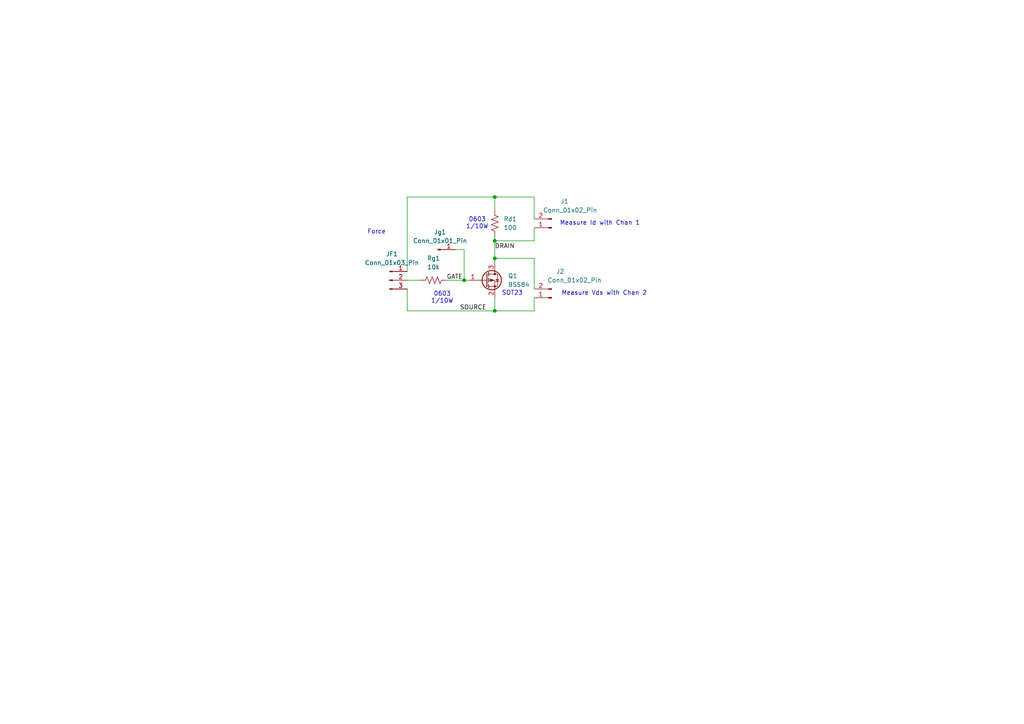
<source format=kicad_sch>
(kicad_sch (version 20231120) (generator "eeschema") (generator_version "8.0")
  (paper "A4")
  (lib_symbols
    (symbol "Connector:Conn_01x01_Pin" (pin_names (offset 1.016) hide)
      (property "Reference" "J" (at 0 2.54 0))
      (property "Value" "Conn_01x01_Pin" (at 0 -2.54 0))
      (symbol "Conn_01x01_Pin_1_1"
        (polyline (pts (xy 1.27 0) (xy 0.8636 0)) (stroke (width 0.1524)))
        (rectangle (start 0.8636 0.127) (end 0 -0.127) (stroke (width 0.1524)) (fill (type outline)))
        (pin passive line (at 5.08 0 180) (length 3.81) (name "Pin_1") (number "1"))
      )
    )
    (symbol "Connector:Conn_01x02_Pin" (pin_names (offset 1.016) hide)
      (property "Reference" "J" (at 0 2.54 0))
      (property "Value" "Conn_01x02_Pin" (at 0 -5.08 0))
      (symbol "Conn_01x02_Pin_1_1"
        (polyline (pts (xy 1.27 -2.54) (xy 0.8636 -2.54)) (stroke (width 0.1524)))
        (polyline (pts (xy 1.27 0) (xy 0.8636 0)) (stroke (width 0.1524)))
        (rectangle (start 0.8636 -2.413) (end 0 -2.667) (stroke (width 0.1524)) (fill (type outline)))
        (rectangle (start 0.8636 0.127) (end 0 -0.127) (stroke (width 0.1524)) (fill (type outline)))
        (pin passive line (at 5.08 0 180) (length 3.81) (name "Pin_1") (number "1"))
        (pin passive line (at 5.08 -2.54 180) (length 3.81) (name "Pin_2") (number "2"))
      )
    )
    (symbol "Connector:Conn_01x03_Pin" (pin_names (offset 1.016) hide)
      (property "Reference" "J" (at 0 5.08 0))
      (property "Value" "Conn_01x03_Pin" (at 0 -5.08 0))
      (symbol "Conn_01x03_Pin_1_1"
        (polyline (pts (xy 1.27 -2.54) (xy 0.8636 -2.54)) (stroke (width 0.1524)))
        (polyline (pts (xy 1.27 0) (xy 0.8636 0)) (stroke (width 0.1524)))
        (polyline (pts (xy 1.27 2.54) (xy 0.8636 2.54)) (stroke (width 0.1524)))
        (rectangle (start 0.8636 -2.413) (end 0 -2.667) (stroke (width 0.1524)) (fill (type outline)))
        (rectangle (start 0.8636 0.127) (end 0 -0.127) (stroke (width 0.1524)) (fill (type outline)))
        (rectangle (start 0.8636 2.667) (end 0 2.413) (stroke (width 0.1524)) (fill (type outline)))
        (pin passive line (at 5.08 2.54 180) (length 3.81) (name "Pin_1") (number "1"))
        (pin passive line (at 5.08 0 180) (length 3.81) (name "Pin_2") (number "2"))
        (pin passive line (at 5.08 -2.54 180) (length 3.81) (name "Pin_3") (number "3"))
      )
    )
    (symbol "Device:R_US" (pin_numbers hide) (pin_names (offset 0))
      (property "Reference" "R" (at 2.54 0 90))
      (property "Value" "R_US" (at -2.54 0 90))
      (symbol "R_US_0_1"
        (polyline (pts (xy 0 -2.286) (xy 0 -2.54)))
        (polyline (pts (xy 0 2.286) (xy 0 2.54)))
        (polyline (pts (xy 0 -0.762) (xy 1.016 -1.143) (xy 0 -1.524) (xy -1.016 -1.905) (xy 0 -2.286)))
        (polyline (pts (xy 0 0.762) (xy 1.016 0.381) (xy 0 0) (xy -1.016 -0.381) (xy 0 -0.762)))
        (polyline (pts (xy 0 2.286) (xy 1.016 1.905) (xy 0 1.524) (xy -1.016 1.143) (xy 0 0.762)))
      )
      (symbol "R_US_1_1"
        (pin passive line (at 0 3.81 270) (length 1.27) (name "~") (number "1"))
        (pin passive line (at 0 -3.81 90) (length 1.27) (name "~") (number "2"))
      )
    )
    (symbol "Transistor_FET:BSS84" (pin_names hide)
      (property "Reference" "Q" (at 5.08 1.905 0))
      (property "Value" "BSS84" (at 5.08 0 0))
      (symbol "BSS84_0_1"
        (polyline (pts (xy 0.254 0) (xy -2.54 0)))
        (polyline (pts (xy 0.254 1.905) (xy 0.254 -1.905)) (stroke (width 0.254)))
        (polyline (pts (xy 0.762 -1.27) (xy 0.762 -2.286)) (stroke (width 0.254)))
        (polyline (pts (xy 0.762 0.508) (xy 0.762 -0.508)) (stroke (width 0.254)))
        (polyline (pts (xy 0.762 2.286) (xy 0.762 1.27)) (stroke (width 0.254)))
        (polyline (pts (xy 2.54 2.54) (xy 2.54 1.778)))
        (polyline (pts (xy 2.54 -2.54) (xy 2.54 0) (xy 0.762 0)))
        (polyline (pts (xy 0.762 1.778) (xy 3.302 1.778) (xy 3.302 -1.778) (xy 0.762 -1.778)))
        (polyline (pts (xy 2.286 0) (xy 1.27 0.381) (xy 1.27 -0.381) (xy 2.286 0)) (fill (type outline)))
        (polyline (pts (xy 2.794 -0.508) (xy 2.921 -0.381) (xy 3.683 -0.381) (xy 3.81 -0.254)))
        (polyline (pts (xy 3.302 -0.381) (xy 2.921 0.254) (xy 3.683 0.254) (xy 3.302 -0.381)))
        (circle (center 1.651 0) (radius 2.794) (stroke (width 0.254)))
        (circle (center 2.54 -1.778) (radius 0.254) (fill (type outline)))
        (circle (center 2.54 1.778) (radius 0.254) (fill (type outline)))
      )
      (symbol "BSS84_1_1"
        (pin input line (at -5.08 0 0) (length 2.54) (name "G") (number "1"))
        (pin passive line (at 2.54 -5.08 90) (length 2.54) (name "S") (number "2"))
        (pin passive line (at 2.54 5.08 270) (length 2.54) (name "D") (number "3"))
      )
    )
  )
  (junction (at 143.51 74.93))
  (junction (at 143.51 69.85))
  (junction (at 143.51 57.15))
  (junction (at 134.62 81.28))
  (junction (at 143.51 90.17))
  (wire (pts (xy 134.62 72.39) (xy 134.62 81.28)))
  (wire (pts (xy 143.51 57.15) (xy 154.94 57.15)))
  (wire (pts (xy 134.62 81.28) (xy 135.89 81.28)))
  (wire (pts (xy 143.51 57.15) (xy 118.11 57.15)))
  (wire (pts (xy 154.94 83.82) (xy 154.94 74.93)))
  (wire (pts (xy 154.94 66.04) (xy 154.94 69.85)))
  (wire (pts (xy 143.51 90.17) (xy 143.51 86.36)))
  (wire (pts (xy 143.51 68.58) (xy 143.51 69.85)))
  (wire (pts (xy 129.54 81.28) (xy 134.62 81.28)))
  (wire (pts (xy 118.11 90.17) (xy 143.51 90.17)))
  (wire (pts (xy 154.94 86.36) (xy 154.94 90.17)))
  (wire (pts (xy 154.94 90.17) (xy 143.51 90.17)))
  (wire (pts (xy 154.94 63.5) (xy 154.94 57.15)))
  (wire (pts (xy 143.51 74.93) (xy 143.51 76.2)))
  (wire (pts (xy 154.94 74.93) (xy 143.51 74.93)))
  (wire (pts (xy 143.51 69.85) (xy 143.51 74.93)))
  (wire (pts (xy 143.51 60.96) (xy 143.51 57.15)))
  (wire (pts (xy 118.11 57.15) (xy 118.11 78.74)))
  (wire (pts (xy 143.51 69.85) (xy 154.94 69.85)))
  (wire (pts (xy 118.11 83.82) (xy 118.11 90.17)))
  (wire (pts (xy 132.08 72.39) (xy 134.62 72.39)))
  (wire (pts (xy 118.11 81.28) (xy 121.92 81.28)))
  (text "0603\n1/10W" (at 138.43 64.77 0) (effects (font (size 1.27 1.27))))
  (text "0603\n1/10W" (at 128.27 86.36 0) (effects (font (size 1.27 1.27))))
  (text "SOT23" (at 148.59 85.09 0) (effects (font (size 1.27 1.27))))
  (text "Force" (at 109.22 67.31 0) (effects (font (size 1.27 1.27))))
  (text "Measure Id with Chan 1" (at 173.99 64.77 0) (effects (font (size 1.27 1.27))))
  (text "Measure Vds with Chan 2" (at 175.26 85.09 0) (effects (font (size 1.27 1.27))))
  (label "GATE" (at 129.54 81.28 0))
  (label "DRAIN" (at 143.51 72.39 0))
  (label "SOURCE" (at 133.35 90.17 0))
  (symbol (lib_id "Device:R_US") (at 143.51 64.77 0) (unit 1)
    (property "Reference" "Rd1" (at 146.05 63.4999 0) (effects (justify left)))
    (property "Value" "100" (at 146.05 66.0399 0) (effects (justify left)))
    (property "Footprint" "Resistor_SMD:R_0603_1608Metric" (effects (hide yes)))
    (property "Description" "Resistor, US symbol" (effects (hide yes)))
  )
  (symbol (lib_id "Connector:Conn_01x03_Pin") (at 113.03 81.28 0) (unit 1)
    (property "Reference" "JF1" (at 113.665 73.66 0))
    (property "Value" "Conn_01x03_Pin" (at 113.665 76.2 0))
    (property "Footprint" "Connector_PinHeader_2.54mm:PinHeader_1x03_P2.54mm_Vertical" (effects (hide yes)))
    (property "Description" "Generic connector, single row, 01x03, script generated" (effects (hide yes)))
  )
  (symbol (lib_id "Connector:Conn_01x02_Pin") (at 160.02 66.04 180) (unit 1)
    (property "Reference" "J1" (at 162.56 58.42 0) (effects (justify right)))
    (property "Value" "Conn_01x02_Pin" (at 157.48 60.96 0) (effects (justify right)))
    (property "Footprint" "Connector_PinHeader_2.54mm:PinHeader_1x02_P2.54mm_Vertical" (effects (hide yes)))
    (property "Description" "Generic connector, single row, 01x02, script generated" (effects (hide yes)))
  )
  (symbol (lib_id "Connector:Conn_01x02_Pin") (at 160.02 86.36 180) (unit 1)
    (property "Reference" "J2" (at 161.29 78.74 0) (effects (justify right)))
    (property "Value" "Conn_01x02_Pin" (at 158.75 81.28 0) (effects (justify right)))
    (property "Footprint" "Connector_PinHeader_2.54mm:PinHeader_1x02_P2.54mm_Vertical" (effects (hide yes)))
    (property "Description" "Generic connector, single row, 01x02, script generated" (effects (hide yes)))
  )
  (symbol (lib_id "Device:R_US") (at 125.73 81.28 90) (unit 1)
    (property "Reference" "Rg1" (at 125.73 74.93 90))
    (property "Value" "10k" (at 125.73 77.47 90))
    (property "Footprint" "Resistor_SMD:R_0603_1608Metric" (effects (hide yes)))
    (property "Description" "Resistor, US symbol" (effects (hide yes)))
  )
  (symbol (lib_id "Connector:Conn_01x01_Pin") (at 127 72.39 0) (unit 1)
    (property "Reference" "Jg1" (at 127.635 67.31 0))
    (property "Value" "Conn_01x01_Pin" (at 127.635 69.85 0))
    (property "Footprint" "Connector_PinHeader_2.54mm:PinHeader_1x01_P2.54mm_Vertical" (effects (hide yes)))
    (property "Description" "Generic connector, single row, 01x01, script generated" (effects (hide yes)))
  )
  (symbol (lib_id "Transistor_FET:BSS84") (at 140.97 81.28 0) (unit 1)
    (property "Reference" "Q1" (at 147.32 80.0099 0) (effects (justify left)))
    (property "Value" "BSS84" (at 147.32 82.5499 0) (effects (justify left)))
    (property "Footprint" "Package_TO_SOT_SMD:SOT-23" (effects (hide yes)))
    (property "Datasheet" "http://assets.nexperia.com/documents/data-sheet/BSS84.pdf" (effects (hide yes)))
    (property "Description" "-0.13A Id, -50V Vds, P-Channel MOSFET, SOT-23" (effects (hide yes)))
  )
)
</source>
